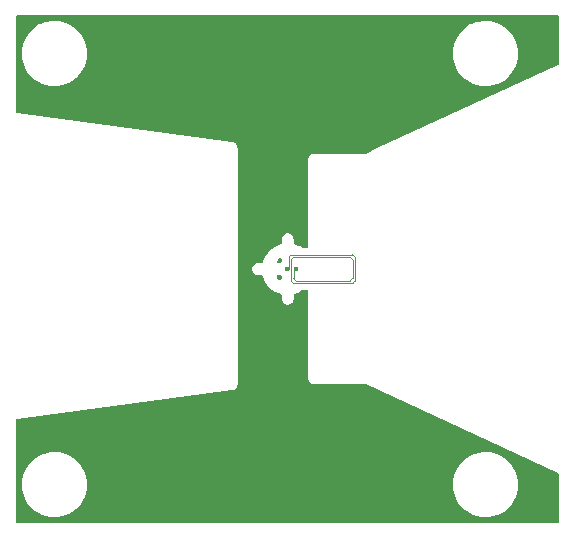
<source format=gbl>
G04 #@! TF.GenerationSoftware,KiCad,Pcbnew,(6.0.11)*
G04 #@! TF.CreationDate,2023-07-14T12:02:41+02:00*
G04 #@! TF.ProjectId,quakesr_large01,7175616b-6573-4725-9f6c-617267653031,rev?*
G04 #@! TF.SameCoordinates,Original*
G04 #@! TF.FileFunction,Copper,L2,Bot*
G04 #@! TF.FilePolarity,Positive*
%FSLAX46Y46*%
G04 Gerber Fmt 4.6, Leading zero omitted, Abs format (unit mm)*
G04 Created by KiCad (PCBNEW (6.0.11)) date 2023-07-14 12:02:41*
%MOMM*%
%LPD*%
G01*
G04 APERTURE LIST*
G04 #@! TA.AperFunction,EtchedComponent*
%ADD10C,0.100000*%
G04 #@! TD*
G04 #@! TA.AperFunction,ComponentPad*
%ADD11C,0.400000*%
G04 #@! TD*
G04 APERTURE END LIST*
D10*
G04 #@! TO.C,L4*
X145250000Y-106050000D02*
G75*
G03*
X145450000Y-106250000I200000J0D01*
G01*
X145050000Y-106250000D02*
G75*
G03*
X145250000Y-106450000I200000J0D01*
G01*
X150250000Y-104450000D02*
G75*
G03*
X150050000Y-104250000I-200001J-1D01*
G01*
X150250000Y-106450000D02*
G75*
G03*
X150450000Y-106250000I-1J200001D01*
G01*
X145050000Y-104050000D02*
G75*
G03*
X144850000Y-104250000I0J-200000D01*
G01*
X145250000Y-104250000D02*
G75*
G03*
X145050000Y-104450000I0J-200000D01*
G01*
X150450000Y-104250000D02*
G75*
G03*
X150250000Y-104050000I-200001J-1D01*
G01*
X150050000Y-106250000D02*
G75*
G03*
X150250000Y-106050000I-1J200001D01*
G01*
X150250000Y-106050000D02*
X150250000Y-104450000D01*
X150050000Y-106250000D02*
X145450000Y-106250000D01*
X145264000Y-105250000D02*
X145464000Y-105250000D01*
X150250000Y-104050000D02*
X145050000Y-104050000D01*
X144850000Y-105250000D02*
X144850000Y-104250000D01*
X145050000Y-106250000D02*
X145050000Y-104450000D01*
X150250000Y-106450000D02*
X145250000Y-106450000D01*
X150050000Y-104250000D02*
X145250000Y-104250000D01*
X150450000Y-106250000D02*
X150450000Y-104250000D01*
X145250000Y-106050000D02*
X145250000Y-105250000D01*
G04 #@! TD*
D11*
G04 #@! TO.P,L4,P$2,2*
G04 #@! TO.N,GND*
X144702000Y-105250000D03*
G04 #@! TO.P,L4,P$1,1*
G04 #@! TO.N,Net-(C3-Pad1)*
X145464000Y-105250000D03*
G04 #@! TD*
G04 #@! TA.AperFunction,NonConductor*
G36*
X144167160Y-104325128D02*
G01*
X144221091Y-104371301D01*
X144241500Y-104440051D01*
X144241500Y-104615500D01*
X144221498Y-104683621D01*
X144167842Y-104730114D01*
X144115500Y-104741500D01*
X143942056Y-104741500D01*
X143873935Y-104721498D01*
X143827442Y-104667842D01*
X143817338Y-104597568D01*
X143843106Y-104537495D01*
X143902727Y-104461865D01*
X143918600Y-104445138D01*
X144032423Y-104345319D01*
X144096827Y-104315442D01*
X144167160Y-104325128D01*
G37*
G04 #@! TD.AperFunction*
G04 #@! TA.AperFunction,NonConductor*
G36*
X144183621Y-105778502D02*
G01*
X144230114Y-105832158D01*
X144241500Y-105884500D01*
X144241500Y-106061573D01*
X144221498Y-106129694D01*
X144167842Y-106176187D01*
X144097568Y-106186291D01*
X144045497Y-106166337D01*
X144030765Y-106156493D01*
X144012849Y-106141984D01*
X143877619Y-106010250D01*
X143862643Y-105992716D01*
X143837557Y-105957220D01*
X143814576Y-105890046D01*
X143831561Y-105821111D01*
X143883118Y-105772301D01*
X143940454Y-105758500D01*
X144115500Y-105758500D01*
X144183621Y-105778502D01*
G37*
G04 #@! TD.AperFunction*
G04 #@! TA.AperFunction,NonConductor*
G36*
X167683621Y-83778502D02*
G01*
X167730114Y-83832158D01*
X167741500Y-83884500D01*
X167741500Y-87844450D01*
X167721498Y-87912571D01*
X167668411Y-87958802D01*
X152354479Y-95044352D01*
X151413235Y-95479853D01*
X151360325Y-95491500D01*
X147008623Y-95491500D01*
X147007853Y-95491498D01*
X147007037Y-95491493D01*
X146930279Y-95491024D01*
X146907918Y-95497415D01*
X146901847Y-95499150D01*
X146885085Y-95502728D01*
X146855813Y-95506920D01*
X146847645Y-95510634D01*
X146847644Y-95510634D01*
X146832438Y-95517548D01*
X146814914Y-95523996D01*
X146790229Y-95531051D01*
X146782635Y-95535843D01*
X146782632Y-95535844D01*
X146765220Y-95546830D01*
X146750137Y-95554969D01*
X146723218Y-95567208D01*
X146716416Y-95573069D01*
X146703765Y-95583970D01*
X146688761Y-95595073D01*
X146667042Y-95608776D01*
X146661103Y-95615501D01*
X146661099Y-95615504D01*
X146647468Y-95630938D01*
X146635276Y-95642982D01*
X146619673Y-95656427D01*
X146619671Y-95656430D01*
X146612873Y-95662287D01*
X146607993Y-95669816D01*
X146607992Y-95669817D01*
X146598906Y-95683835D01*
X146587615Y-95698709D01*
X146576569Y-95711217D01*
X146570622Y-95717951D01*
X146558058Y-95744711D01*
X146549737Y-95759691D01*
X146538529Y-95776983D01*
X146538527Y-95776988D01*
X146533648Y-95784515D01*
X146531078Y-95793108D01*
X146531076Y-95793113D01*
X146526289Y-95809120D01*
X146519628Y-95826564D01*
X146508719Y-95849800D01*
X146507338Y-95858667D01*
X146507338Y-95858668D01*
X146504170Y-95879015D01*
X146500387Y-95895732D01*
X146494485Y-95915466D01*
X146494484Y-95915472D01*
X146491914Y-95924066D01*
X146491859Y-95933037D01*
X146491859Y-95933038D01*
X146491704Y-95958497D01*
X146491671Y-95959289D01*
X146491500Y-95960386D01*
X146491500Y-95991377D01*
X146491498Y-95992147D01*
X146491024Y-96069721D01*
X146491408Y-96071065D01*
X146491500Y-96072410D01*
X146491500Y-103365500D01*
X146471498Y-103433621D01*
X146417842Y-103480114D01*
X146365500Y-103491500D01*
X146078974Y-103491500D01*
X146014188Y-103470843D01*
X146012977Y-103472818D01*
X145763758Y-103320097D01*
X145760101Y-103317856D01*
X145732405Y-103305698D01*
X145492465Y-103200372D01*
X145488533Y-103198646D01*
X145457802Y-103189892D01*
X145349981Y-103159178D01*
X145289946Y-103121279D01*
X145259932Y-103056939D01*
X145258500Y-103037999D01*
X145258500Y-102713487D01*
X145243080Y-102605813D01*
X145182792Y-102473218D01*
X145087713Y-102362873D01*
X144965485Y-102283648D01*
X144825934Y-102241914D01*
X144816958Y-102241859D01*
X144816957Y-102241859D01*
X144755644Y-102241485D01*
X144680279Y-102241024D01*
X144540229Y-102281051D01*
X144417042Y-102358776D01*
X144320622Y-102467951D01*
X144258719Y-102599800D01*
X144241500Y-102710386D01*
X144241500Y-103037822D01*
X144221498Y-103105943D01*
X144167842Y-103152436D01*
X144148748Y-103159356D01*
X144032989Y-103191024D01*
X144029041Y-103192708D01*
X143764140Y-103305698D01*
X143764136Y-103305700D01*
X143760188Y-103307384D01*
X143663083Y-103365500D01*
X143509384Y-103457486D01*
X143509380Y-103457489D01*
X143505702Y-103459690D01*
X143502359Y-103462368D01*
X143502355Y-103462371D01*
X143389262Y-103552976D01*
X143274242Y-103645125D01*
X143271298Y-103648227D01*
X143271294Y-103648231D01*
X143265661Y-103654167D01*
X143070089Y-103860257D01*
X142897022Y-104101105D01*
X142758243Y-104363213D01*
X142656321Y-104641730D01*
X142655408Y-104645919D01*
X142654210Y-104650041D01*
X142652276Y-104649479D01*
X142622164Y-104704607D01*
X142559847Y-104738624D01*
X142533080Y-104741500D01*
X142213487Y-104741500D01*
X142171161Y-104747562D01*
X142114706Y-104755646D01*
X142114703Y-104755647D01*
X142105813Y-104756920D01*
X142097637Y-104760637D01*
X142097635Y-104760638D01*
X141981390Y-104813492D01*
X141981388Y-104813493D01*
X141973218Y-104817208D01*
X141862873Y-104912287D01*
X141783648Y-105034515D01*
X141741914Y-105174066D01*
X141741024Y-105319721D01*
X141781051Y-105459771D01*
X141858776Y-105582958D01*
X141967951Y-105679378D01*
X141976074Y-105683192D01*
X141976076Y-105683193D01*
X141993770Y-105691500D01*
X142099800Y-105741281D01*
X142108665Y-105742661D01*
X142108667Y-105742662D01*
X142177746Y-105753418D01*
X142210386Y-105758500D01*
X142534899Y-105758500D01*
X142603020Y-105778502D01*
X142649513Y-105832158D01*
X142654103Y-105843678D01*
X142692977Y-105957220D01*
X142711134Y-106010250D01*
X142740109Y-106094880D01*
X142873368Y-106359837D01*
X143041353Y-106604257D01*
X143240956Y-106823617D01*
X143244245Y-106826367D01*
X143465190Y-107011106D01*
X143465195Y-107011110D01*
X143468482Y-107013858D01*
X143534717Y-107055407D01*
X143716082Y-107169178D01*
X143716086Y-107169180D01*
X143719722Y-107171461D01*
X143723632Y-107173226D01*
X143723633Y-107173227D01*
X143986114Y-107291742D01*
X143986118Y-107291744D01*
X143990026Y-107293508D01*
X144084440Y-107321475D01*
X144151286Y-107341276D01*
X144210921Y-107379802D01*
X144240260Y-107444453D01*
X144241500Y-107462087D01*
X144241500Y-107786513D01*
X144256920Y-107894187D01*
X144317208Y-108026782D01*
X144412287Y-108137127D01*
X144534515Y-108216352D01*
X144674066Y-108258086D01*
X144683042Y-108258141D01*
X144683043Y-108258141D01*
X144744356Y-108258515D01*
X144819721Y-108258976D01*
X144959771Y-108218949D01*
X145082958Y-108141224D01*
X145179378Y-108032049D01*
X145241281Y-107900200D01*
X145258500Y-107789614D01*
X145258500Y-107462615D01*
X145278502Y-107394494D01*
X145332158Y-107348001D01*
X145352526Y-107340739D01*
X145392579Y-107330231D01*
X145445411Y-107316371D01*
X145449371Y-107314731D01*
X145449376Y-107314729D01*
X145597246Y-107253479D01*
X145719415Y-107202875D01*
X145975482Y-107053242D01*
X145998304Y-107035347D01*
X146064252Y-107009054D01*
X146076051Y-107008500D01*
X146365500Y-107008500D01*
X146433621Y-107028502D01*
X146480114Y-107082158D01*
X146491500Y-107134500D01*
X146491500Y-114491377D01*
X146491498Y-114492147D01*
X146491024Y-114569721D01*
X146493491Y-114578352D01*
X146499150Y-114598153D01*
X146502728Y-114614915D01*
X146506920Y-114644187D01*
X146510634Y-114652355D01*
X146510634Y-114652356D01*
X146517548Y-114667562D01*
X146523996Y-114685086D01*
X146531051Y-114709771D01*
X146535843Y-114717365D01*
X146535844Y-114717368D01*
X146546830Y-114734780D01*
X146554969Y-114749863D01*
X146567208Y-114776782D01*
X146573069Y-114783584D01*
X146583970Y-114796235D01*
X146595073Y-114811239D01*
X146608776Y-114832958D01*
X146615501Y-114838897D01*
X146615504Y-114838901D01*
X146630938Y-114852532D01*
X146642982Y-114864724D01*
X146656427Y-114880327D01*
X146656430Y-114880329D01*
X146662287Y-114887127D01*
X146669816Y-114892007D01*
X146669817Y-114892008D01*
X146683835Y-114901094D01*
X146698709Y-114912385D01*
X146711217Y-114923431D01*
X146717951Y-114929378D01*
X146744711Y-114941942D01*
X146759691Y-114950263D01*
X146776983Y-114961471D01*
X146776988Y-114961473D01*
X146784515Y-114966352D01*
X146793108Y-114968922D01*
X146793113Y-114968924D01*
X146809120Y-114973711D01*
X146826564Y-114980372D01*
X146841676Y-114987467D01*
X146841678Y-114987468D01*
X146849800Y-114991281D01*
X146858667Y-114992662D01*
X146858668Y-114992662D01*
X146868310Y-114994163D01*
X146879017Y-114995830D01*
X146895732Y-114999613D01*
X146915466Y-115005515D01*
X146915472Y-115005516D01*
X146924066Y-115008086D01*
X146933037Y-115008141D01*
X146933038Y-115008141D01*
X146943097Y-115008202D01*
X146958506Y-115008296D01*
X146959289Y-115008329D01*
X146960386Y-115008500D01*
X146991377Y-115008500D01*
X146992147Y-115008502D01*
X147065785Y-115008952D01*
X147065786Y-115008952D01*
X147069721Y-115008976D01*
X147071065Y-115008592D01*
X147072410Y-115008500D01*
X151360325Y-115008500D01*
X151413234Y-115020147D01*
X167668411Y-122541199D01*
X167721834Y-122587956D01*
X167741500Y-122655551D01*
X167741500Y-126615500D01*
X167721498Y-126683621D01*
X167667842Y-126730114D01*
X167615500Y-126741500D01*
X121884500Y-126741500D01*
X121816379Y-126721498D01*
X121769886Y-126667842D01*
X121758500Y-126615500D01*
X121758500Y-123471061D01*
X122236610Y-123471061D01*
X122253147Y-123803255D01*
X122253788Y-123806986D01*
X122253789Y-123806994D01*
X122268586Y-123893103D01*
X122309474Y-124131057D01*
X122404774Y-124449718D01*
X122406287Y-124453189D01*
X122406289Y-124453195D01*
X122488810Y-124642527D01*
X122537666Y-124754622D01*
X122706226Y-125041352D01*
X122708527Y-125044367D01*
X122905712Y-125302742D01*
X122905717Y-125302748D01*
X122908012Y-125305755D01*
X123140102Y-125544002D01*
X123399132Y-125752640D01*
X123681352Y-125928648D01*
X123982672Y-126069476D01*
X124298729Y-126173085D01*
X124624944Y-126237973D01*
X124628716Y-126238260D01*
X124628724Y-126238261D01*
X124952815Y-126262914D01*
X124952820Y-126262914D01*
X124956592Y-126263201D01*
X125288869Y-126248403D01*
X125293401Y-126247649D01*
X125613220Y-126194417D01*
X125613225Y-126194416D01*
X125616961Y-126193794D01*
X125936116Y-126100164D01*
X125939583Y-126098674D01*
X125939587Y-126098673D01*
X126238228Y-125970366D01*
X126238230Y-125970365D01*
X126241712Y-125968869D01*
X126529321Y-125801813D01*
X126532343Y-125799532D01*
X126532347Y-125799529D01*
X126791753Y-125603697D01*
X126791754Y-125603696D01*
X126794777Y-125601414D01*
X127034235Y-125370575D01*
X127244227Y-125112641D01*
X127421710Y-124831347D01*
X127564114Y-124530767D01*
X127669377Y-124215257D01*
X127735972Y-123889386D01*
X127762936Y-123557875D01*
X127763542Y-123500000D01*
X127762026Y-123474853D01*
X127761797Y-123471061D01*
X158736610Y-123471061D01*
X158753147Y-123803255D01*
X158753788Y-123806986D01*
X158753789Y-123806994D01*
X158768586Y-123893103D01*
X158809474Y-124131057D01*
X158904774Y-124449718D01*
X158906287Y-124453189D01*
X158906289Y-124453195D01*
X158988810Y-124642527D01*
X159037666Y-124754622D01*
X159206226Y-125041352D01*
X159208527Y-125044367D01*
X159405712Y-125302742D01*
X159405717Y-125302748D01*
X159408012Y-125305755D01*
X159640102Y-125544002D01*
X159899132Y-125752640D01*
X160181352Y-125928648D01*
X160482672Y-126069476D01*
X160798729Y-126173085D01*
X161124944Y-126237973D01*
X161128716Y-126238260D01*
X161128724Y-126238261D01*
X161452815Y-126262914D01*
X161452820Y-126262914D01*
X161456592Y-126263201D01*
X161788869Y-126248403D01*
X161793401Y-126247649D01*
X162113220Y-126194417D01*
X162113225Y-126194416D01*
X162116961Y-126193794D01*
X162436116Y-126100164D01*
X162439583Y-126098674D01*
X162439587Y-126098673D01*
X162738228Y-125970366D01*
X162738230Y-125970365D01*
X162741712Y-125968869D01*
X163029321Y-125801813D01*
X163032343Y-125799532D01*
X163032347Y-125799529D01*
X163291753Y-125603697D01*
X163291754Y-125603696D01*
X163294777Y-125601414D01*
X163534235Y-125370575D01*
X163744227Y-125112641D01*
X163921710Y-124831347D01*
X164064114Y-124530767D01*
X164169377Y-124215257D01*
X164235972Y-123889386D01*
X164262936Y-123557875D01*
X164263542Y-123500000D01*
X164262026Y-123474853D01*
X164243755Y-123171772D01*
X164243754Y-123171765D01*
X164243527Y-123167997D01*
X164183770Y-122840803D01*
X164155658Y-122750265D01*
X164105259Y-122587956D01*
X164085139Y-122523157D01*
X163949061Y-122219662D01*
X163864108Y-122078555D01*
X163779466Y-121937966D01*
X163779462Y-121937960D01*
X163777507Y-121934713D01*
X163775180Y-121931729D01*
X163775175Y-121931722D01*
X163575294Y-121675425D01*
X163575288Y-121675418D01*
X163572963Y-121672437D01*
X163338392Y-121436634D01*
X163077191Y-121230720D01*
X162793144Y-121057677D01*
X162672046Y-121002617D01*
X162493817Y-120921580D01*
X162493809Y-120921577D01*
X162490365Y-120920011D01*
X162173240Y-120819718D01*
X161950896Y-120777906D01*
X161850087Y-120758949D01*
X161850085Y-120758949D01*
X161846364Y-120758249D01*
X161514470Y-120736496D01*
X161510690Y-120736704D01*
X161510689Y-120736704D01*
X161412918Y-120742085D01*
X161182366Y-120754773D01*
X161178639Y-120755434D01*
X161178635Y-120755434D01*
X160919510Y-120801358D01*
X160854864Y-120812815D01*
X160851239Y-120813920D01*
X160851234Y-120813921D01*
X160643683Y-120877178D01*
X160536707Y-120909782D01*
X160533243Y-120911313D01*
X160533236Y-120911316D01*
X160346051Y-120994070D01*
X160232503Y-121044269D01*
X160229249Y-121046205D01*
X160229243Y-121046208D01*
X159949918Y-121212389D01*
X159946659Y-121214328D01*
X159683316Y-121417496D01*
X159446288Y-121650829D01*
X159239009Y-121910949D01*
X159064481Y-122194086D01*
X158925232Y-122496140D01*
X158924073Y-122499740D01*
X158924070Y-122499747D01*
X158873897Y-122655551D01*
X158823280Y-122812735D01*
X158822561Y-122816451D01*
X158822559Y-122816459D01*
X158760819Y-123135567D01*
X158760100Y-123139285D01*
X158759833Y-123143061D01*
X158759832Y-123143066D01*
X158758067Y-123167997D01*
X158737789Y-123454413D01*
X158736610Y-123471061D01*
X127761797Y-123471061D01*
X127743755Y-123171772D01*
X127743754Y-123171765D01*
X127743527Y-123167997D01*
X127683770Y-122840803D01*
X127655658Y-122750265D01*
X127605259Y-122587956D01*
X127585139Y-122523157D01*
X127449061Y-122219662D01*
X127364108Y-122078555D01*
X127279466Y-121937966D01*
X127279462Y-121937960D01*
X127277507Y-121934713D01*
X127275180Y-121931729D01*
X127275175Y-121931722D01*
X127075294Y-121675425D01*
X127075288Y-121675418D01*
X127072963Y-121672437D01*
X126838392Y-121436634D01*
X126577191Y-121230720D01*
X126293144Y-121057677D01*
X126172046Y-121002617D01*
X125993817Y-120921580D01*
X125993809Y-120921577D01*
X125990365Y-120920011D01*
X125673240Y-120819718D01*
X125450896Y-120777906D01*
X125350087Y-120758949D01*
X125350085Y-120758949D01*
X125346364Y-120758249D01*
X125014470Y-120736496D01*
X125010690Y-120736704D01*
X125010689Y-120736704D01*
X124912918Y-120742085D01*
X124682366Y-120754773D01*
X124678639Y-120755434D01*
X124678635Y-120755434D01*
X124419510Y-120801358D01*
X124354864Y-120812815D01*
X124351239Y-120813920D01*
X124351234Y-120813921D01*
X124143683Y-120877178D01*
X124036707Y-120909782D01*
X124033243Y-120911313D01*
X124033236Y-120911316D01*
X123846051Y-120994070D01*
X123732503Y-121044269D01*
X123729249Y-121046205D01*
X123729243Y-121046208D01*
X123449918Y-121212389D01*
X123446659Y-121214328D01*
X123183316Y-121417496D01*
X122946288Y-121650829D01*
X122739009Y-121910949D01*
X122564481Y-122194086D01*
X122425232Y-122496140D01*
X122424073Y-122499740D01*
X122424070Y-122499747D01*
X122373897Y-122655551D01*
X122323280Y-122812735D01*
X122322561Y-122816451D01*
X122322559Y-122816459D01*
X122260819Y-123135567D01*
X122260100Y-123139285D01*
X122259833Y-123143061D01*
X122259832Y-123143066D01*
X122258067Y-123167997D01*
X122237789Y-123454413D01*
X122236610Y-123471061D01*
X121758500Y-123471061D01*
X121758500Y-118055515D01*
X121778502Y-117987394D01*
X121832158Y-117940901D01*
X121867844Y-117930621D01*
X140023249Y-115509901D01*
X140040661Y-115508798D01*
X140069721Y-115508976D01*
X140138778Y-115489239D01*
X140208089Y-115469698D01*
X140208878Y-115469204D01*
X140209771Y-115468949D01*
X140217160Y-115464287D01*
X140217162Y-115464286D01*
X140270344Y-115430730D01*
X140270727Y-115430489D01*
X140324134Y-115397059D01*
X140331553Y-115392415D01*
X140332170Y-115391721D01*
X140332958Y-115391224D01*
X140380634Y-115337242D01*
X140428364Y-115283586D01*
X140428762Y-115282747D01*
X140429378Y-115282049D01*
X140459933Y-115216969D01*
X140490740Y-115151960D01*
X140490887Y-115151040D01*
X140491281Y-115150200D01*
X140502328Y-115079255D01*
X140502398Y-115078811D01*
X140512252Y-115016979D01*
X140512252Y-115016977D01*
X140513664Y-115008117D01*
X140509506Y-114975408D01*
X140508500Y-114959519D01*
X140508500Y-95044352D01*
X140509709Y-95026937D01*
X140512485Y-95007046D01*
X140512485Y-95007045D01*
X140513725Y-94998159D01*
X140503312Y-94927260D01*
X140493080Y-94855813D01*
X140492694Y-94854963D01*
X140492559Y-94854047D01*
X140488936Y-94846154D01*
X140488935Y-94846150D01*
X140462680Y-94788950D01*
X140462493Y-94788541D01*
X140436419Y-94731195D01*
X140432792Y-94723218D01*
X140432185Y-94722514D01*
X140431797Y-94721668D01*
X140384653Y-94667349D01*
X140337713Y-94612873D01*
X140336932Y-94612367D01*
X140336323Y-94611665D01*
X140276147Y-94572966D01*
X140275768Y-94572721D01*
X140222803Y-94538390D01*
X140222796Y-94538387D01*
X140215485Y-94533648D01*
X140214593Y-94533381D01*
X140213812Y-94532879D01*
X140144868Y-94512529D01*
X140075934Y-94491914D01*
X140066958Y-94491859D01*
X140066957Y-94491859D01*
X140057302Y-94491800D01*
X140042952Y-94491713D01*
X140027076Y-94490610D01*
X121867846Y-92069379D01*
X121802968Y-92040550D01*
X121763974Y-91981220D01*
X121758500Y-91944485D01*
X121758500Y-86971061D01*
X122236610Y-86971061D01*
X122253147Y-87303255D01*
X122253788Y-87306986D01*
X122253789Y-87306994D01*
X122268586Y-87393103D01*
X122309474Y-87631057D01*
X122310562Y-87634696D01*
X122310563Y-87634699D01*
X122393665Y-87912571D01*
X122404774Y-87949718D01*
X122406287Y-87953189D01*
X122406289Y-87953195D01*
X122488810Y-88142527D01*
X122537666Y-88254622D01*
X122706226Y-88541352D01*
X122708527Y-88544367D01*
X122905712Y-88802742D01*
X122905717Y-88802748D01*
X122908012Y-88805755D01*
X123140102Y-89044002D01*
X123399132Y-89252640D01*
X123681352Y-89428648D01*
X123982672Y-89569476D01*
X124298729Y-89673085D01*
X124624944Y-89737973D01*
X124628716Y-89738260D01*
X124628724Y-89738261D01*
X124952815Y-89762914D01*
X124952820Y-89762914D01*
X124956592Y-89763201D01*
X125288869Y-89748403D01*
X125293401Y-89747649D01*
X125613220Y-89694417D01*
X125613225Y-89694416D01*
X125616961Y-89693794D01*
X125936116Y-89600164D01*
X125939583Y-89598674D01*
X125939587Y-89598673D01*
X126238228Y-89470366D01*
X126238230Y-89470365D01*
X126241712Y-89468869D01*
X126529321Y-89301813D01*
X126532343Y-89299532D01*
X126532347Y-89299529D01*
X126791753Y-89103697D01*
X126791754Y-89103696D01*
X126794777Y-89101414D01*
X127034235Y-88870575D01*
X127244227Y-88612641D01*
X127421710Y-88331347D01*
X127424728Y-88324978D01*
X127562485Y-88034205D01*
X127564114Y-88030767D01*
X127669377Y-87715257D01*
X127735972Y-87389386D01*
X127762936Y-87057875D01*
X127763542Y-87000000D01*
X127762026Y-86974853D01*
X127761797Y-86971061D01*
X158736610Y-86971061D01*
X158753147Y-87303255D01*
X158753788Y-87306986D01*
X158753789Y-87306994D01*
X158768586Y-87393103D01*
X158809474Y-87631057D01*
X158810562Y-87634696D01*
X158810563Y-87634699D01*
X158893665Y-87912571D01*
X158904774Y-87949718D01*
X158906287Y-87953189D01*
X158906289Y-87953195D01*
X158988810Y-88142527D01*
X159037666Y-88254622D01*
X159206226Y-88541352D01*
X159208527Y-88544367D01*
X159405712Y-88802742D01*
X159405717Y-88802748D01*
X159408012Y-88805755D01*
X159640102Y-89044002D01*
X159899132Y-89252640D01*
X160181352Y-89428648D01*
X160482672Y-89569476D01*
X160798729Y-89673085D01*
X161124944Y-89737973D01*
X161128716Y-89738260D01*
X161128724Y-89738261D01*
X161452815Y-89762914D01*
X161452820Y-89762914D01*
X161456592Y-89763201D01*
X161788869Y-89748403D01*
X161793401Y-89747649D01*
X162113220Y-89694417D01*
X162113225Y-89694416D01*
X162116961Y-89693794D01*
X162436116Y-89600164D01*
X162439583Y-89598674D01*
X162439587Y-89598673D01*
X162738228Y-89470366D01*
X162738230Y-89470365D01*
X162741712Y-89468869D01*
X163029321Y-89301813D01*
X163032343Y-89299532D01*
X163032347Y-89299529D01*
X163291753Y-89103697D01*
X163291754Y-89103696D01*
X163294777Y-89101414D01*
X163534235Y-88870575D01*
X163744227Y-88612641D01*
X163921710Y-88331347D01*
X163924728Y-88324978D01*
X164062485Y-88034205D01*
X164064114Y-88030767D01*
X164169377Y-87715257D01*
X164235972Y-87389386D01*
X164262936Y-87057875D01*
X164263542Y-87000000D01*
X164262026Y-86974853D01*
X164243755Y-86671772D01*
X164243754Y-86671765D01*
X164243527Y-86667997D01*
X164183770Y-86340803D01*
X164155658Y-86250265D01*
X164086261Y-86026771D01*
X164085139Y-86023157D01*
X163949061Y-85719662D01*
X163802876Y-85476850D01*
X163779466Y-85437966D01*
X163779462Y-85437960D01*
X163777507Y-85434713D01*
X163775180Y-85431729D01*
X163775175Y-85431722D01*
X163575294Y-85175425D01*
X163575288Y-85175418D01*
X163572963Y-85172437D01*
X163338392Y-84936634D01*
X163077191Y-84730720D01*
X162793144Y-84557677D01*
X162672046Y-84502617D01*
X162493817Y-84421580D01*
X162493809Y-84421577D01*
X162490365Y-84420011D01*
X162173240Y-84319718D01*
X161950896Y-84277906D01*
X161850087Y-84258949D01*
X161850085Y-84258949D01*
X161846364Y-84258249D01*
X161514470Y-84236496D01*
X161510690Y-84236704D01*
X161510689Y-84236704D01*
X161412918Y-84242085D01*
X161182366Y-84254773D01*
X161178639Y-84255434D01*
X161178635Y-84255434D01*
X160919510Y-84301358D01*
X160854864Y-84312815D01*
X160851239Y-84313920D01*
X160851234Y-84313921D01*
X160643683Y-84377178D01*
X160536707Y-84409782D01*
X160533243Y-84411313D01*
X160533236Y-84411316D01*
X160346051Y-84494070D01*
X160232503Y-84544269D01*
X160229249Y-84546205D01*
X160229243Y-84546208D01*
X159949918Y-84712389D01*
X159946659Y-84714328D01*
X159683316Y-84917496D01*
X159446288Y-85150829D01*
X159239009Y-85410949D01*
X159064481Y-85694086D01*
X158925232Y-85996140D01*
X158924073Y-85999740D01*
X158924070Y-85999747D01*
X158915368Y-86026771D01*
X158823280Y-86312735D01*
X158822561Y-86316451D01*
X158822559Y-86316459D01*
X158760819Y-86635567D01*
X158760100Y-86639285D01*
X158759833Y-86643061D01*
X158759832Y-86643066D01*
X158758067Y-86667997D01*
X158737789Y-86954413D01*
X158736610Y-86971061D01*
X127761797Y-86971061D01*
X127743755Y-86671772D01*
X127743754Y-86671765D01*
X127743527Y-86667997D01*
X127683770Y-86340803D01*
X127655658Y-86250265D01*
X127586261Y-86026771D01*
X127585139Y-86023157D01*
X127449061Y-85719662D01*
X127302876Y-85476850D01*
X127279466Y-85437966D01*
X127279462Y-85437960D01*
X127277507Y-85434713D01*
X127275180Y-85431729D01*
X127275175Y-85431722D01*
X127075294Y-85175425D01*
X127075288Y-85175418D01*
X127072963Y-85172437D01*
X126838392Y-84936634D01*
X126577191Y-84730720D01*
X126293144Y-84557677D01*
X126172046Y-84502617D01*
X125993817Y-84421580D01*
X125993809Y-84421577D01*
X125990365Y-84420011D01*
X125673240Y-84319718D01*
X125450896Y-84277906D01*
X125350087Y-84258949D01*
X125350085Y-84258949D01*
X125346364Y-84258249D01*
X125014470Y-84236496D01*
X125010690Y-84236704D01*
X125010689Y-84236704D01*
X124912918Y-84242085D01*
X124682366Y-84254773D01*
X124678639Y-84255434D01*
X124678635Y-84255434D01*
X124419510Y-84301358D01*
X124354864Y-84312815D01*
X124351239Y-84313920D01*
X124351234Y-84313921D01*
X124143683Y-84377178D01*
X124036707Y-84409782D01*
X124033243Y-84411313D01*
X124033236Y-84411316D01*
X123846051Y-84494070D01*
X123732503Y-84544269D01*
X123729249Y-84546205D01*
X123729243Y-84546208D01*
X123449918Y-84712389D01*
X123446659Y-84714328D01*
X123183316Y-84917496D01*
X122946288Y-85150829D01*
X122739009Y-85410949D01*
X122564481Y-85694086D01*
X122425232Y-85996140D01*
X122424073Y-85999740D01*
X122424070Y-85999747D01*
X122415368Y-86026771D01*
X122323280Y-86312735D01*
X122322561Y-86316451D01*
X122322559Y-86316459D01*
X122260819Y-86635567D01*
X122260100Y-86639285D01*
X122259833Y-86643061D01*
X122259832Y-86643066D01*
X122258067Y-86667997D01*
X122237789Y-86954413D01*
X122236610Y-86971061D01*
X121758500Y-86971061D01*
X121758500Y-83884500D01*
X121778502Y-83816379D01*
X121832158Y-83769886D01*
X121884500Y-83758500D01*
X167615500Y-83758500D01*
X167683621Y-83778502D01*
G37*
G04 #@! TD.AperFunction*
M02*

</source>
